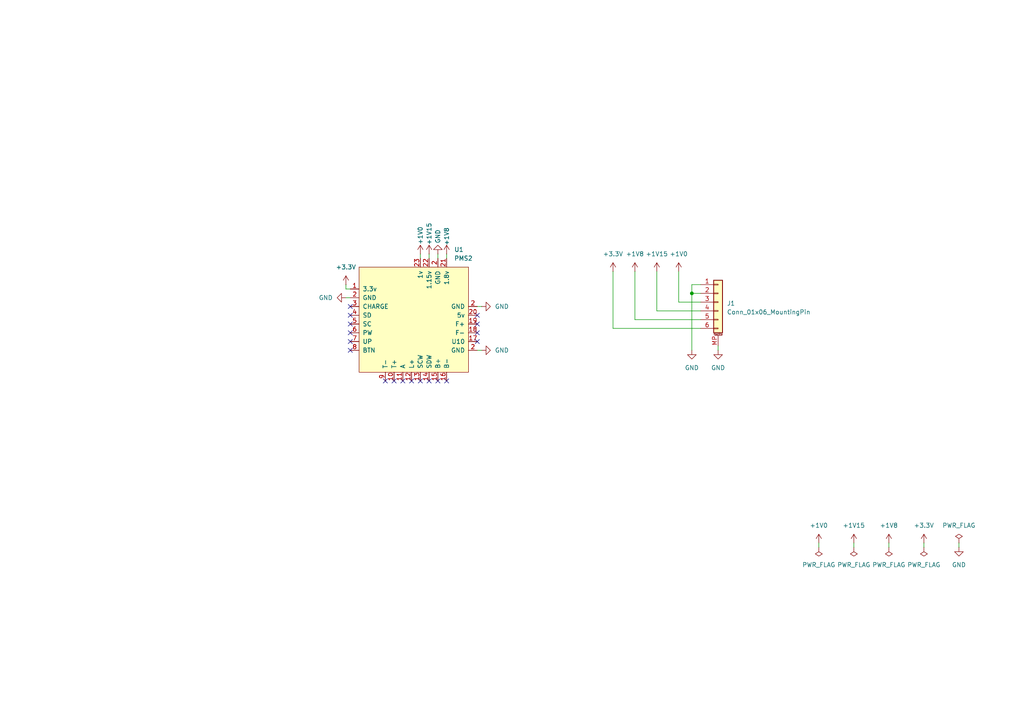
<source format=kicad_sch>
(kicad_sch (version 20231120) (generator "eeschema") (generator_version "8.0")
  (paper "A4")
  (lib_symbols
    (symbol "4LAYER_SYMBOLS:PMS2" (pin_names (offset 1.016))
      (property "Reference" "U" (at 29.21 -30.48 0))
      (property "Value" "PMS2" (at 25.4 -30.48 0))
      (symbol "PMS2_1_1"
        (rectangle (start -3.81 1.27) (end 27.94 -29.21) (fill (type background)))
        (pin input line (at -6.35 -5.08 0) (length 2.54) (name "3.3v") (number "1"))
        (pin input line (at 6.35 -31.75 90) (length 2.54) (name "T+") (number "10"))
        (pin input line (at 8.89 -31.75 90) (length 2.54) (name "A") (number "11"))
        (pin input line (at 11.43 -31.75 90) (length 2.54) (name "L+") (number "12"))
        (pin input line (at 13.97 -31.75 90) (length 2.54) (name "SCW") (number "13"))
        (pin input line (at 16.51 -31.75 90) (length 2.54) (name "SDW") (number "14"))
        (pin input line (at 19.05 -31.75 90) (length 2.54) (name "B+") (number "15"))
        (pin input line (at 21.59 -31.75 90) (length 2.54) (name "B-") (number "16"))
        (pin input line (at 30.48 -20.32 180) (length 2.54) (name "U10") (number "17"))
        (pin input line (at 30.48 -17.78 180) (length 2.54) (name "F-") (number "18"))
        (pin input line (at 30.48 -15.24 180) (length 2.54) (name "F+") (number "19"))
        (pin input line (at -6.35 -7.62 0) (length 2.54) (name "GND") (number "2"))
        (pin input line (at 19.05 3.81 270) (length 2.54) (name "GND") (number "2"))
        (pin input line (at 30.48 -22.86 180) (length 2.54) (name "GND") (number "2"))
        (pin input line (at 30.48 -10.16 180) (length 2.54) (name "GND") (number "2"))
        (pin input line (at 30.48 -12.7 180) (length 2.54) (name "5v") (number "20"))
        (pin input line (at 21.59 3.81 270) (length 2.54) (name "1.8v") (number "21"))
        (pin input line (at 16.51 3.81 270) (length 2.54) (name "1.15v") (number "22"))
        (pin input line (at 13.97 3.81 270) (length 2.54) (name "1v") (number "23"))
        (pin input line (at -6.35 -10.16 0) (length 2.54) (name "CHARGE") (number "3"))
        (pin input line (at -6.35 -12.7 0) (length 2.54) (name "SD") (number "4"))
        (pin input line (at -6.35 -15.24 0) (length 2.54) (name "SC") (number "5"))
        (pin input line (at -6.35 -17.78 0) (length 2.54) (name "PW") (number "6"))
        (pin input line (at -6.35 -20.32 0) (length 2.54) (name "UP") (number "7"))
        (pin input line (at -6.35 -22.86 0) (length 2.54) (name "BTN") (number "8"))
        (pin input line (at 3.81 -31.75 90) (length 2.54) (name "T-") (number "9"))
      )
    )
    (symbol "Connector_Generic_MountingPin:Conn_01x06_MountingPin" (pin_names (offset 1.016) hide)
      (property "Reference" "J" (at 0 7.62 0))
      (property "Value" "Conn_01x06_MountingPin" (at 1.27 -10.16 0))
      (symbol "Conn_01x06_MountingPin_1_1"
        (rectangle (start -1.27 -7.493) (end 0 -7.747) (stroke (width 0.1524)))
        (rectangle (start -1.27 -4.953) (end 0 -5.207) (stroke (width 0.1524)))
        (rectangle (start -1.27 -2.413) (end 0 -2.667) (stroke (width 0.1524)))
        (rectangle (start -1.27 0.127) (end 0 -0.127) (stroke (width 0.1524)))
        (rectangle (start -1.27 2.667) (end 0 2.413) (stroke (width 0.1524)))
        (rectangle (start -1.27 5.207) (end 0 4.953) (stroke (width 0.1524)))
        (rectangle (start -1.27 6.35) (end 1.27 -8.89) (stroke (width 0.254)) (fill (type background)))
        (polyline (pts (xy -1.016 -9.652) (xy 1.016 -9.652)) (stroke (width 0.1524)))
        (text "Mounting" (at 0 -9.271 0) (effects (font (size 0.381 0.381))))
        (pin passive line (at -5.08 5.08 0) (length 3.81) (name "Pin_1") (number "1"))
        (pin passive line (at -5.08 2.54 0) (length 3.81) (name "Pin_2") (number "2"))
        (pin passive line (at -5.08 0 0) (length 3.81) (name "Pin_3") (number "3"))
        (pin passive line (at -5.08 -2.54 0) (length 3.81) (name "Pin_4") (number "4"))
        (pin passive line (at -5.08 -5.08 0) (length 3.81) (name "Pin_5") (number "5"))
        (pin passive line (at -5.08 -7.62 0) (length 3.81) (name "Pin_6") (number "6"))
        (pin passive line (at 0 -12.7 90) (length 3.048) (name "MountPin") (number "MP"))
      )
    )
    (symbol "power:+1V0" (power) (pin_numbers hide) (pin_names (offset 0) hide)
      (property "Value" "+1V0" (at 0 3.556 0))
      (symbol "+1V0_0_1"
        (polyline (pts (xy -0.762 1.27) (xy 0 2.54)))
        (polyline (pts (xy 0 0) (xy 0 2.54)))
        (polyline (pts (xy 0 2.54) (xy 0.762 1.27)))
      )
      (symbol "+1V0_1_1"
        (pin power_in line (at 0 0 90) (length 0) (name "~") (number "1"))
      )
    )
    (symbol "power:+1V1" (power) (pin_numbers hide) (pin_names (offset 0) hide)
      (property "Value" "+1V1" (at 0 3.556 0))
      (symbol "+1V1_0_1"
        (polyline (pts (xy -0.762 1.27) (xy 0 2.54)))
        (polyline (pts (xy 0 0) (xy 0 2.54)))
        (polyline (pts (xy 0 2.54) (xy 0.762 1.27)))
      )
      (symbol "+1V1_1_1"
        (pin power_in line (at 0 0 90) (length 0) (name "~") (number "1"))
      )
    )
    (symbol "power:+1V8" (power) (pin_numbers hide) (pin_names (offset 0) hide)
      (property "Value" "+1V8" (at 0 3.556 0))
      (symbol "+1V8_0_1"
        (polyline (pts (xy -0.762 1.27) (xy 0 2.54)))
        (polyline (pts (xy 0 0) (xy 0 2.54)))
        (polyline (pts (xy 0 2.54) (xy 0.762 1.27)))
      )
      (symbol "+1V8_1_1"
        (pin power_in line (at 0 0 90) (length 0) (name "~") (number "1"))
      )
    )
    (symbol "power:+3.3V" (power) (pin_numbers hide) (pin_names (offset 0) hide)
      (property "Value" "+3.3V" (at 0 3.556 0))
      (symbol "+3.3V_0_1"
        (polyline (pts (xy -0.762 1.27) (xy 0 2.54)))
        (polyline (pts (xy 0 0) (xy 0 2.54)))
        (polyline (pts (xy 0 2.54) (xy 0.762 1.27)))
      )
      (symbol "+3.3V_1_1"
        (pin power_in line (at 0 0 90) (length 0) (name "~") (number "1"))
      )
    )
    (symbol "power:GND" (power) (pin_numbers hide) (pin_names (offset 0) hide)
      (property "Value" "GND" (at 0 -3.81 0))
      (symbol "GND_0_1"
        (polyline (pts (xy 0 0) (xy 0 -1.27) (xy 1.27 -1.27) (xy 0 -2.54) (xy -1.27 -1.27) (xy 0 -1.27)))
      )
      (symbol "GND_1_1"
        (pin power_in line (at 0 0 270) (length 0) (name "~") (number "1"))
      )
    )
    (symbol "power:PWR_FLAG" (power) (pin_numbers hide) (pin_names (offset 0) hide)
      (property "Value" "PWR_FLAG" (at 0 3.81 0))
      (symbol "PWR_FLAG_0_0"
        (pin power_out line (at 0 0 90) (length 0) (name "~") (number "1"))
      )
      (symbol "PWR_FLAG_0_1"
        (polyline (pts (xy 0 0) (xy 0 1.27) (xy -1.016 1.905) (xy 0 2.54) (xy 1.016 1.905) (xy 0 1.27)))
      )
    )
  )
  (junction (at 200.66 85.09))
  (no_connect (at 129.54 110.49))
  (no_connect (at 138.43 93.98))
  (no_connect (at 114.3 110.49))
  (no_connect (at 127 110.49))
  (no_connect (at 138.43 99.06))
  (no_connect (at 121.92 110.49))
  (no_connect (at 124.46 110.49))
  (no_connect (at 101.6 88.9))
  (no_connect (at 101.6 96.52))
  (no_connect (at 119.38 110.49))
  (no_connect (at 101.6 101.6))
  (no_connect (at 116.84 110.49))
  (no_connect (at 111.76 110.49))
  (no_connect (at 101.6 93.98))
  (no_connect (at 138.43 96.52))
  (no_connect (at 101.6 91.44))
  (no_connect (at 138.43 91.44))
  (no_connect (at 101.6 99.06))
  (wire (pts (xy 101.6 86.36) (xy 100.33 86.36)))
  (wire (pts (xy 247.65 157.48) (xy 247.65 158.75)))
  (wire (pts (xy 129.54 73.66) (xy 129.54 74.93)))
  (wire (pts (xy 200.66 82.55) (xy 203.2 82.55)))
  (wire (pts (xy 203.2 92.71) (xy 184.15 92.71)))
  (wire (pts (xy 124.46 73.66) (xy 124.46 74.93)))
  (wire (pts (xy 196.85 78.74) (xy 196.85 87.63)))
  (wire (pts (xy 139.7 101.6) (xy 138.43 101.6)))
  (wire (pts (xy 267.97 157.48) (xy 267.97 158.75)))
  (wire (pts (xy 208.28 100.33) (xy 208.28 101.6)))
  (wire (pts (xy 203.2 90.17) (xy 190.5 90.17)))
  (wire (pts (xy 203.2 95.25) (xy 177.8 95.25)))
  (wire (pts (xy 121.92 73.66) (xy 121.92 74.93)))
  (wire (pts (xy 257.81 157.48) (xy 257.81 158.75)))
  (wire (pts (xy 200.66 85.09) (xy 203.2 85.09)))
  (wire (pts (xy 203.2 87.63) (xy 196.85 87.63)))
  (wire (pts (xy 278.13 157.48) (xy 278.13 158.75)))
  (wire (pts (xy 139.7 88.9) (xy 138.43 88.9)))
  (wire (pts (xy 100.33 83.82) (xy 101.6 83.82)))
  (wire (pts (xy 237.49 157.48) (xy 237.49 158.75)))
  (wire (pts (xy 200.66 85.09) (xy 200.66 101.6)))
  (wire (pts (xy 184.15 92.71) (xy 184.15 78.74)))
  (wire (pts (xy 127 73.66) (xy 127 74.93)))
  (wire (pts (xy 200.66 82.55) (xy 200.66 85.09)))
  (wire (pts (xy 190.5 90.17) (xy 190.5 78.74)))
  (wire (pts (xy 177.8 95.25) (xy 177.8 78.74)))
  (wire (pts (xy 100.33 83.82) (xy 100.33 82.55)))
  (symbol (lib_id "power:GND") (at 208.28 101.6 0) (unit 1)
    (property "Reference" "#PWR019" (effects (hide yes)))
    (property "Value" "GND" (at 208.28 106.68 0))
    (property "Description" "Power symbol creates a global label with name \"GND\" , ground" (effects (hide yes)))
  )
  (symbol (lib_id "power:PWR_FLAG") (at 278.13 157.48 0) (unit 1)
    (property "Reference" "#FLG05" (effects (hide yes)))
    (property "Value" "PWR_FLAG" (at 278.13 152.4 0))
    (property "Description" "Special symbol for telling ERC where power comes from" (effects (hide yes)))
  )
  (symbol (lib_id "power:PWR_FLAG") (at 247.65 158.75 180) (unit 1)
    (property "Reference" "#FLG03" (effects (hide yes)))
    (property "Value" "PWR_FLAG" (at 247.65 163.83 0))
    (property "Description" "Special symbol for telling ERC where power comes from" (effects (hide yes)))
  )
  (symbol (lib_id "power:GND") (at 139.7 88.9 90) (unit 1)
    (property "Reference" "#PWR07" (effects (hide yes)))
    (property "Value" "GND" (at 143.51 88.8999 90) (effects (justify right)))
    (property "Description" "Power symbol creates a global label with name \"GND\" , ground" (effects (hide yes)))
  )
  (symbol (lib_id "power:+3.3V") (at 177.8 78.74 0) (unit 1)
    (property "Reference" "#PWR024" (effects (hide yes)))
    (property "Value" "+3.3V" (at 177.8 73.66 0))
    (property "Description" "Power symbol creates a global label with name \"+3.3V\"" (effects (hide yes)))
  )
  (symbol (lib_id "power:PWR_FLAG") (at 257.81 158.75 180) (unit 1)
    (property "Reference" "#FLG02" (effects (hide yes)))
    (property "Value" "PWR_FLAG" (at 257.81 163.83 0))
    (property "Description" "Special symbol for telling ERC where power comes from" (effects (hide yes)))
  )
  (symbol (lib_id "power:+3.3V") (at 267.97 157.48 0) (unit 1)
    (property "Reference" "#PWR017" (effects (hide yes)))
    (property "Value" "+3.3V" (at 267.97 152.4 0))
    (property "Description" "Power symbol creates a global label with name \"+3.3V\"" (effects (hide yes)))
  )
  (symbol (lib_id "power:+1V1") (at 247.65 157.48 0) (unit 1)
    (property "Reference" "#PWR015" (effects (hide yes)))
    (property "Value" "+1V15" (at 247.65 152.4 0))
    (property "Description" "Power symbol creates a global label with name \"+1V1\"" (effects (hide yes)))
  )
  (symbol (lib_id "Connector_Generic_MountingPin:Conn_01x06_MountingPin") (at 208.28 87.63 0) (unit 1)
    (property "Reference" "J1" (at 210.82 87.9855 0) (effects (justify left)))
    (property "Value" "Conn_01x06_MountingPin" (at 210.82 90.5255 0) (effects (justify left)))
    (property "Footprint" "Connector_Molex:Molex_Pico-Lock_504050-0691_1x06-1MP_P1.50mm_Horizontal" (effects (hide yes)))
    (property "Description" "Generic connectable mounting pin connector, single row, 01x06, script generated (kicad-library-utils/schlib/autogen/connector/)" (effects (hide yes)))
  )
  (symbol (lib_id "power:GND") (at 100.33 86.36 270) (unit 1)
    (property "Reference" "#PWR02" (effects (hide yes)))
    (property "Value" "GND" (at 96.52 86.3599 90) (effects (justify right)))
    (property "Description" "Power symbol creates a global label with name \"GND\" , ground" (effects (hide yes)))
  )
  (symbol (lib_id "power:+3.3V") (at 100.33 82.55 0) (unit 1)
    (property "Reference" "#PWR01" (effects (hide yes)))
    (property "Value" "+3.3V" (at 100.33 77.47 0))
    (property "Description" "Power symbol creates a global label with name \"+3.3V\"" (effects (hide yes)))
  )
  (symbol (lib_id "power:+1V8") (at 129.54 73.66 0) (unit 1)
    (property "Reference" "#PWR06" (effects (hide yes)))
    (property "Value" "+1V8" (at 129.54 68.58 90))
    (property "Description" "Power symbol creates a global label with name \"+1V8\"" (effects (hide yes)))
  )
  (symbol (lib_id "power:GND") (at 127 73.66 180) (unit 1)
    (property "Reference" "#PWR05" (effects (hide yes)))
    (property "Value" "GND" (at 127 68.58 90))
    (property "Description" "Power symbol creates a global label with name \"GND\" , ground" (effects (hide yes)))
  )
  (symbol (lib_id "4LAYER_SYMBOLS:PMS2") (at 107.95 78.74 0) (unit 1)
    (property "Reference" "U1" (at 131.7341 72.39 0) (effects (justify left)))
    (property "Value" "PMS2" (at 131.7341 74.93 0) (effects (justify left)))
    (property "Footprint" "project-footprints:PMS2" (effects (hide yes)))
  )
  (symbol (lib_id "power:+1V0") (at 121.92 73.66 0) (unit 1)
    (property "Reference" "#PWR03" (effects (hide yes)))
    (property "Value" "+1V0" (at 121.92 68.326 90))
    (property "Description" "Power symbol creates a global label with name \"+1V0\"" (effects (hide yes)))
  )
  (symbol (lib_id "power:+1V1") (at 124.46 73.66 0) (unit 1)
    (property "Reference" "#PWR04" (effects (hide yes)))
    (property "Value" "+1V15" (at 124.46 67.818 90))
    (property "Description" "Power symbol creates a global label with name \"+1V1\"" (effects (hide yes)))
  )
  (symbol (lib_id "power:+1V0") (at 237.49 157.48 0) (unit 1)
    (property "Reference" "#PWR014" (effects (hide yes)))
    (property "Value" "+1V0" (at 237.49 152.4 0))
    (property "Description" "Power symbol creates a global label with name \"+1V0\"" (effects (hide yes)))
  )
  (symbol (lib_id "power:+1V8") (at 184.15 78.74 0) (unit 1)
    (property "Reference" "#PWR023" (effects (hide yes)))
    (property "Value" "+1V8" (at 184.15 73.66 0))
    (property "Description" "Power symbol creates a global label with name \"+1V8\"" (effects (hide yes)))
  )
  (symbol (lib_id "power:GND") (at 139.7 101.6 90) (unit 1)
    (property "Reference" "#PWR08" (effects (hide yes)))
    (property "Value" "GND" (at 143.51 101.5999 90) (effects (justify right)))
    (property "Description" "Power symbol creates a global label with name \"GND\" , ground" (effects (hide yes)))
  )
  (symbol (lib_id "power:+1V1") (at 190.5 78.74 0) (unit 1)
    (property "Reference" "#PWR022" (effects (hide yes)))
    (property "Value" "+1V15" (at 190.5 73.66 0))
    (property "Description" "Power symbol creates a global label with name \"+1V1\"" (effects (hide yes)))
  )
  (symbol (lib_id "power:+1V8") (at 257.81 157.48 0) (unit 1)
    (property "Reference" "#PWR016" (effects (hide yes)))
    (property "Value" "+1V8" (at 257.81 152.4 0))
    (property "Description" "Power symbol creates a global label with name \"+1V8\"" (effects (hide yes)))
  )
  (symbol (lib_id "power:GND") (at 200.66 101.6 0) (unit 1)
    (property "Reference" "#PWR020" (effects (hide yes)))
    (property "Value" "GND" (at 200.66 106.68 0))
    (property "Description" "Power symbol creates a global label with name \"GND\" , ground" (effects (hide yes)))
  )
  (symbol (lib_id "power:PWR_FLAG") (at 267.97 158.75 180) (unit 1)
    (property "Reference" "#FLG01" (effects (hide yes)))
    (property "Value" "PWR_FLAG" (at 267.97 163.83 0))
    (property "Description" "Special symbol for telling ERC where power comes from" (effects (hide yes)))
  )
  (symbol (lib_id "power:PWR_FLAG") (at 237.49 158.75 180) (unit 1)
    (property "Reference" "#FLG04" (effects (hide yes)))
    (property "Value" "PWR_FLAG" (at 237.49 163.83 0))
    (property "Description" "Special symbol for telling ERC where power comes from" (effects (hide yes)))
  )
  (symbol (lib_id "power:+1V0") (at 196.85 78.74 0) (unit 1)
    (property "Reference" "#PWR021" (effects (hide yes)))
    (property "Value" "+1V0" (at 196.85 73.66 0))
    (property "Description" "Power symbol creates a global label with name \"+1V0\"" (effects (hide yes)))
  )
  (symbol (lib_id "power:GND") (at 278.13 158.75 0) (unit 1)
    (property "Reference" "#PWR018" (effects (hide yes)))
    (property "Value" "GND" (at 278.13 163.83 0))
    (property "Description" "Power symbol creates a global label with name \"GND\" , ground" (effects (hide yes)))
  )
)
</source>
